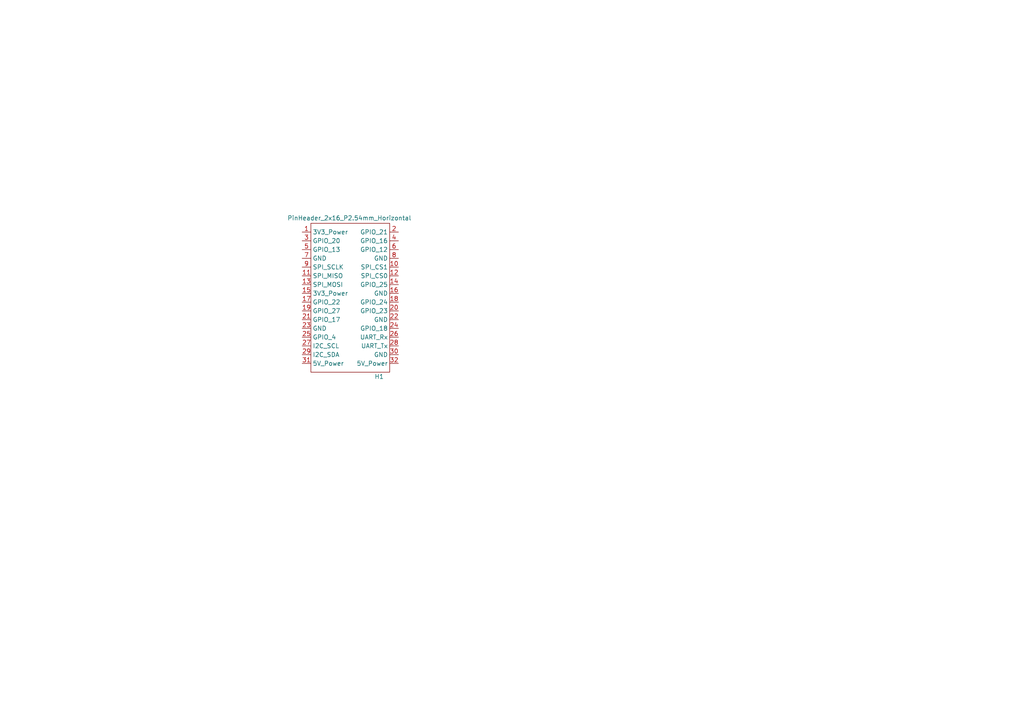
<source format=kicad_sch>
(kicad_sch (version 20231120) (generator "eeschema") (generator_version "8.0")
  (paper "A4")
  (lib_symbols
    (symbol "Edgeberry:Edgeberry_Cartridge_Connector"
      (property "Reference" "H" (at 8.382 -24.13 0))
      (property "Value" "Edgeberry Cartridge Connector" (at -0.254 21.844 0))
      (symbol "Edgeberry_Cartridge_Connector_0_1"
        (polyline (pts (xy -11.43 20.32) (xy 11.43 20.32) (xy 11.43 -22.86) (xy -11.43 -22.86) (xy -11.43 20.32)))
      )
      (symbol "Edgeberry_Cartridge_Connector_1_1"
        (pin output line (at -13.97 17.78 0) (length 2.54) (name "3V3_Power") (number "1"))
        (pin output line (at 13.97 7.62 180) (length 2.54) (name "SPI_CS1") (number "10"))
        (pin input line (at -13.97 5.08 0) (length 2.54) (name "SPI_MISO") (number "11"))
        (pin output line (at 13.97 5.08 180) (length 2.54) (name "SPI_CS0") (number "12"))
        (pin output line (at -13.97 2.54 0) (length 2.54) (name "SPI_MOSI") (number "13"))
        (pin bidirectional line (at 13.97 2.54 180) (length 2.54) (name "GPIO_25") (number "14"))
        (pin output line (at -13.97 0 0) (length 2.54) (name "3V3_Power") (number "15"))
        (pin bidirectional line (at 13.97 0 180) (length 2.54) (name "GND") (number "16"))
        (pin bidirectional line (at -13.97 -2.54 0) (length 2.54) (name "GPIO_22") (number "17"))
        (pin bidirectional line (at 13.97 -2.54 180) (length 2.54) (name "GPIO_24") (number "18"))
        (pin bidirectional line (at -13.97 -5.08 0) (length 2.54) (name "GPIO_27") (number "19"))
        (pin bidirectional line (at 13.97 17.78 180) (length 2.54) (name "GPIO_21") (number "2"))
        (pin bidirectional line (at 13.97 -5.08 180) (length 2.54) (name "GPIO_23") (number "20"))
        (pin bidirectional line (at -13.97 -7.62 0) (length 2.54) (name "GPIO_17") (number "21"))
        (pin output line (at 13.97 -7.62 180) (length 2.54) (name "GND") (number "22"))
        (pin output line (at -13.97 -10.16 0) (length 2.54) (name "GND") (number "23"))
        (pin bidirectional line (at 13.97 -10.16 180) (length 2.54) (name "GPIO_18") (number "24"))
        (pin bidirectional line (at -13.97 -12.7 0) (length 2.54) (name "GPIO_4") (number "25"))
        (pin input line (at 13.97 -12.7 180) (length 2.54) (name "UART_Rx") (number "26"))
        (pin output line (at -13.97 -15.24 0) (length 2.54) (name "I2C_SCL") (number "27"))
        (pin output line (at 13.97 -15.24 180) (length 2.54) (name "UART_Tx") (number "28"))
        (pin bidirectional line (at -13.97 -17.78 0) (length 2.54) (name "I2C_SDA") (number "29"))
        (pin bidirectional line (at -13.97 15.24 0) (length 2.54) (name "GPIO_20") (number "3"))
        (pin output line (at 13.97 -17.78 180) (length 2.54) (name "GND") (number "30"))
        (pin output line (at -13.97 -20.32 0) (length 2.54) (name "5V_Power") (number "31"))
        (pin output line (at 13.97 -20.32 180) (length 2.54) (name "5V_Power") (number "32"))
        (pin bidirectional line (at 13.97 15.24 180) (length 2.54) (name "GPIO_16") (number "4"))
        (pin bidirectional line (at -13.97 12.7 0) (length 2.54) (name "GPIO_13") (number "5"))
        (pin bidirectional line (at 13.97 12.7 180) (length 2.54) (name "GPIO_12") (number "6"))
        (pin output line (at -13.97 10.16 0) (length 2.54) (name "GND") (number "7"))
        (pin output line (at 13.97 10.16 180) (length 2.54) (name "GND") (number "8"))
        (pin output line (at -13.97 7.62 0) (length 2.54) (name "SPI_SCLK") (number "9"))
      )
    )
  )
  (symbol (lib_id "Edgeberry:Edgeberry_Cartridge_Connector") (at 101.6 85.09 0) (unit 1)
    (property "Reference" "H1" (at 109.982 109.22 0))
    (property "Value" "PinHeader_2x16_P2.54mm_Horizontal" (at 101.346 63.246 0))
    (property "Footprint" "Connector_PinHeader_2.54mm:PinHeader_2x16_P2.54mm_Horizontal" (effects (hide yes)))
  )
)
</source>
